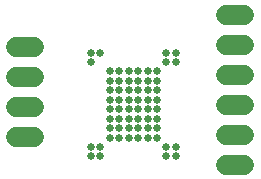
<source format=gts>
G75*
G70*
%OFA0B0*%
%FSLAX24Y24*%
%IPPOS*%
%LPD*%
%AMOC8*
5,1,8,0,0,1.08239X$1,22.5*
%
%ADD10C,0.0257*%
%ADD11C,0.0680*%
D10*
X003333Y001369D03*
X003648Y001369D03*
X003648Y001683D03*
X003333Y001683D03*
X003963Y001998D03*
X004278Y001998D03*
X004593Y001998D03*
X004908Y001998D03*
X005223Y001998D03*
X005538Y001998D03*
X005538Y002313D03*
X005223Y002313D03*
X004908Y002313D03*
X004593Y002313D03*
X004278Y002313D03*
X003963Y002313D03*
X003963Y002628D03*
X004278Y002628D03*
X004593Y002628D03*
X004908Y002628D03*
X005223Y002628D03*
X005538Y002628D03*
X005538Y002943D03*
X005223Y002943D03*
X004908Y002943D03*
X004593Y002943D03*
X004278Y002943D03*
X003963Y002943D03*
X003963Y003258D03*
X004278Y003258D03*
X004593Y003258D03*
X004908Y003258D03*
X005223Y003258D03*
X005538Y003258D03*
X005538Y003573D03*
X005223Y003573D03*
X004908Y003573D03*
X004593Y003573D03*
X004278Y003573D03*
X003963Y003573D03*
X003963Y003888D03*
X004278Y003888D03*
X004593Y003888D03*
X004908Y003888D03*
X005223Y003888D03*
X005538Y003888D03*
X005538Y004203D03*
X005223Y004203D03*
X004908Y004203D03*
X004593Y004203D03*
X004278Y004203D03*
X003963Y004203D03*
X003333Y004518D03*
X003333Y004833D03*
X003648Y004833D03*
X005853Y004833D03*
X005853Y004518D03*
X006168Y004518D03*
X006168Y004833D03*
X006168Y001683D03*
X006168Y001369D03*
X005853Y001369D03*
X005853Y001683D03*
D11*
X001451Y002011D02*
X000851Y002011D01*
X000851Y003011D02*
X001451Y003011D01*
X001451Y004011D02*
X000851Y004011D01*
X000851Y005011D02*
X001451Y005011D01*
X007851Y005101D02*
X008451Y005101D01*
X008451Y006101D02*
X007851Y006101D01*
X007851Y004101D02*
X008451Y004101D01*
X008451Y003101D02*
X007851Y003101D01*
X007851Y002101D02*
X008451Y002101D01*
X008451Y001101D02*
X007851Y001101D01*
M02*

</source>
